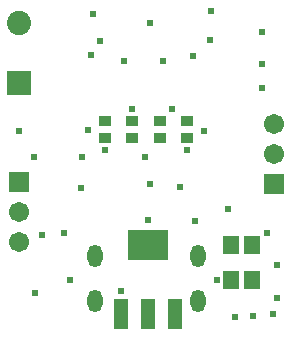
<source format=gbs>
G04*
G04 #@! TF.GenerationSoftware,Altium Limited,Altium Designer,21.6.1 (37)*
G04*
G04 Layer_Color=16711935*
%FSLAX24Y24*%
%MOIN*%
G70*
G04*
G04 #@! TF.SameCoordinates,2CDDA2BD-A9AE-4566-A957-8AB6CD1B29DF*
G04*
G04*
G04 #@! TF.FilePolarity,Negative*
G04*
G01*
G75*
%ADD28O,0.0513X0.0749*%
%ADD29C,0.0671*%
%ADD30R,0.0671X0.0671*%
%ADD31C,0.0808*%
%ADD32R,0.0808X0.0808*%
%ADD33C,0.0237*%
%ADD47R,0.0552X0.0631*%
%ADD48R,0.0474X0.1025*%
%ADD49R,0.1379X0.1025*%
%ADD50R,0.0434X0.0356*%
D28*
X6650Y2546D02*
D03*
X3248Y1050D02*
D03*
Y2546D02*
D03*
X6650Y1050D02*
D03*
D29*
X9200Y6950D02*
D03*
Y5950D02*
D03*
X700Y3000D02*
D03*
Y4000D02*
D03*
D30*
X9200Y4950D02*
D03*
X700Y5000D02*
D03*
D31*
Y10300D02*
D03*
D32*
Y8300D02*
D03*
D33*
X5050Y10300D02*
D03*
X8800Y8150D02*
D03*
Y8950D02*
D03*
Y10000D02*
D03*
X3100Y9250D02*
D03*
X1200Y5850D02*
D03*
X2800D02*
D03*
X6550Y3700D02*
D03*
X7650Y4100D02*
D03*
X5000Y3750D02*
D03*
X2200Y3300D02*
D03*
X1450Y3250D02*
D03*
X8500Y550D02*
D03*
X7900Y500D02*
D03*
X9150Y600D02*
D03*
X9300Y1150D02*
D03*
Y2250D02*
D03*
X6050Y4850D02*
D03*
X5050Y4950D02*
D03*
X3000Y6750D02*
D03*
X700Y6700D02*
D03*
X7100Y10700D02*
D03*
X7050Y9750D02*
D03*
X6500Y9200D02*
D03*
X5500Y9050D02*
D03*
X4200D02*
D03*
X3400Y9700D02*
D03*
X3150Y10600D02*
D03*
X1241Y1309D02*
D03*
X8950Y3300D02*
D03*
X7300Y1750D02*
D03*
X2400D02*
D03*
X4100Y1375D02*
D03*
X2750Y4800D02*
D03*
X3567Y6074D02*
D03*
X4900Y5825D02*
D03*
X5800Y7450D02*
D03*
X4478Y7422D02*
D03*
X6300Y6075D02*
D03*
X6850Y6700D02*
D03*
D47*
X8459Y2900D02*
D03*
X7750D02*
D03*
X8459Y1750D02*
D03*
X7750D02*
D03*
D48*
X5906Y617D02*
D03*
X5000D02*
D03*
X4094D02*
D03*
D49*
X5000Y2900D02*
D03*
D50*
X5389Y7045D02*
D03*
Y6455D02*
D03*
X6300Y7045D02*
D03*
Y6455D02*
D03*
X3567D02*
D03*
Y7045D02*
D03*
X4478Y6455D02*
D03*
Y7045D02*
D03*
M02*

</source>
